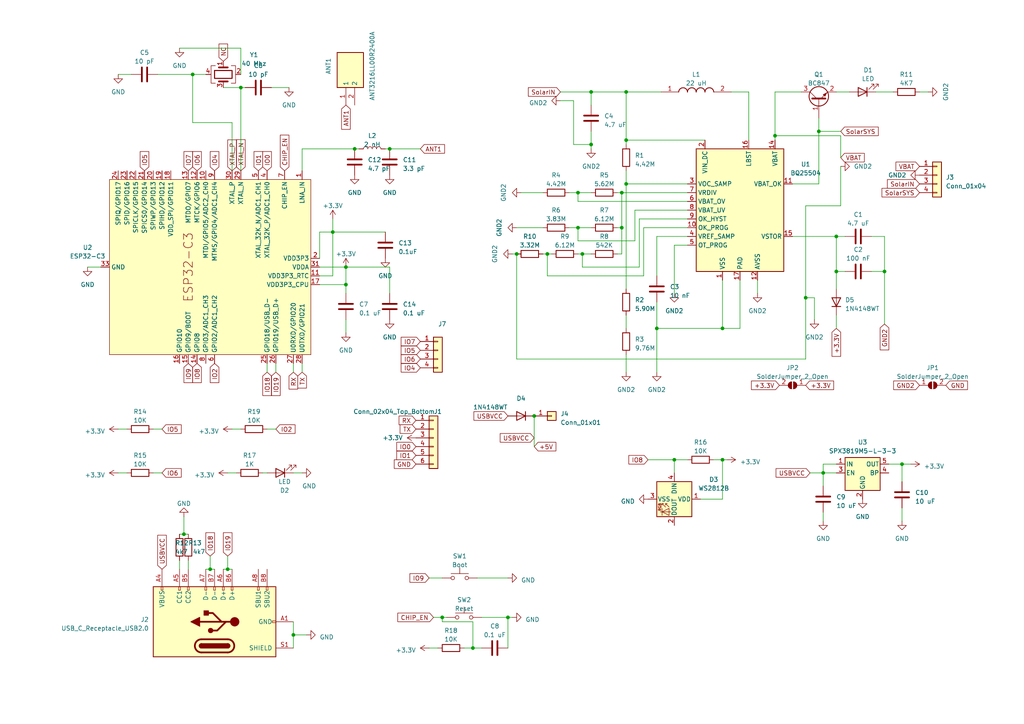
<source format=kicad_sch>
(kicad_sch (version 20230121) (generator eeschema)
  (paper "A4")
  (lib_symbols
    (symbol "BRC2518T220K:BRC2518T220K" (pin_names hide)
      (property "Reference" "L" (at 16.51 6.35 0))
      (property "Value" "BRC2518T220K" (at 16.51 3.81 0))
      (symbol "BRC2518T220K_1_1"
        (pin passive line (at 0 0 0) (length 5.08) (name "1") (number "1"))
        (pin passive line (at 20.32 0 180) (length 5.08) (name "2") (number "2"))
      )
    )
    (symbol "Battery_Management:BQ25504"
      (property "Reference" "U" (at -7.62 20.32 0))
      (property "Value" "BQ25504" (at -7.62 22.86 0))
      (symbol "BQ25504_1_1"
        (pin power_in line (at -5.08 -20.32 90) (length 2.54) (name "VSS") (number "1"))
        (pin input line (at -15.24 -5.08 0) (length 2.54) (name "OK_PROG") (number "10"))
        (pin output line (at 15.24 7.62 180) (length 2.54) (name "VBAT_OK") (number "11"))
        (pin power_in line (at 5.08 -20.32 90) (length 2.54) (name "AVSS") (number "12"))
        (pin passive line (at -5.08 -20.32 90) (length 2.54) hide (name "VSS") (number "13"))
        (pin power_out line (at 10.16 20.32 270) (length 2.54) (name "VBAT") (number "14"))
        (pin bidirectional line (at 15.24 -7.62 180) (length 2.54) (name "VSTOR") (number "15"))
        (pin bidirectional line (at 2.54 20.32 270) (length 2.54) (name "LBST") (number "16"))
        (pin passive line (at 0 -20.32 90) (length 2.54) (name "PAD") (number "17"))
        (pin power_in line (at -10.16 20.32 270) (length 2.54) (name "VIN_DC") (number "2"))
        (pin input line (at -15.24 7.62 0) (length 2.54) (name "VOC_SAMP") (number "3"))
        (pin bidirectional line (at -15.24 -7.62 0) (length 2.54) (name "VREF_SAMP") (number "4"))
        (pin input line (at -15.24 -10.16 0) (length 2.54) (name "OT_PROG") (number "5"))
        (pin input line (at -15.24 2.54 0) (length 2.54) (name "VBAT_OV") (number "6"))
        (pin output line (at -15.24 5.08 0) (length 2.54) (name "VRDIV") (number "7"))
        (pin input line (at -15.24 0 0) (length 2.54) (name "VBAT_UV") (number "8"))
        (pin input line (at -15.24 -2.54 0) (length 2.54) (name "OK_HYST") (number "9"))
      )
    )
    (symbol "Connector:USB_C_Receptacle_USB2.0" (pin_names (offset 1.016))
      (property "Reference" "J" (at -10.16 19.05 0))
      (property "Value" "USB_C_Receptacle_USB2.0" (at 19.05 19.05 0))
      (symbol "USB_C_Receptacle_USB2.0_1_1"
        (pin passive line (at 0 -22.86 90) (length 5.08) (name "GND") (number "A1"))
        (pin passive line (at 0 -22.86 90) (length 5.08) hide (name "GND") (number "A12"))
        (pin passive line (at 15.24 15.24 180) (length 5.08) (name "VBUS") (number "A4"))
        (pin bidirectional line (at 15.24 10.16 180) (length 5.08) (name "CC1") (number "A5"))
        (pin bidirectional line (at 15.24 -2.54 180) (length 5.08) (name "D+") (number "A6"))
        (pin bidirectional line (at 15.24 2.54 180) (length 5.08) (name "D-") (number "A7"))
        (pin bidirectional line (at 15.24 -12.7 180) (length 5.08) (name "SBU1") (number "A8"))
        (pin passive line (at 15.24 15.24 180) (length 5.08) hide (name "VBUS") (number "A9"))
        (pin passive line (at 0 -22.86 90) (length 5.08) hide (name "GND") (number "B1"))
        (pin passive line (at 0 -22.86 90) (length 5.08) hide (name "GND") (number "B12"))
        (pin passive line (at 15.24 15.24 180) (length 5.08) hide (name "VBUS") (number "B4"))
        (pin bidirectional line (at 15.24 7.62 180) (length 5.08) (name "CC2") (number "B5"))
        (pin bidirectional line (at 15.24 -5.08 180) (length 5.08) (name "D+") (number "B6"))
        (pin bidirectional line (at 15.24 0 180) (length 5.08) (name "D-") (number "B7"))
        (pin bidirectional line (at 15.24 -15.24 180) (length 5.08) (name "SBU2") (number "B8"))
        (pin passive line (at 15.24 15.24 180) (length 5.08) hide (name "VBUS") (number "B9"))
        (pin passive line (at -7.62 -22.86 90) (length 5.08) (name "SHIELD") (number "S1"))
      )
    )
    (symbol "Connector_Generic:Conn_01x01" (pin_names (offset 1.016) hide)
      (property "Reference" "J" (at 0 2.54 0))
      (property "Value" "Conn_01x01" (at 0 -2.54 0))
      (symbol "Conn_01x01_1_1"
        (pin passive line (at -5.08 0 0) (length 3.81) (name "Pin_1") (number "1"))
      )
    )
    (symbol "Connector_Generic:Conn_01x04" (pin_names (offset 1.016) hide)
      (property "Reference" "J" (at 0 5.08 0))
      (property "Value" "Conn_01x04" (at 0 -7.62 0))
      (symbol "Conn_01x04_1_1"
        (pin passive line (at -5.08 2.54 0) (length 3.81) (name "Pin_1") (number "1"))
        (pin passive line (at -5.08 0 0) (length 3.81) (name "Pin_2") (number "2"))
        (pin passive line (at -5.08 -2.54 0) (length 3.81) (name "Pin_3") (number "3"))
        (pin passive line (at -5.08 -5.08 0) (length 3.81) (name "Pin_4") (number "4"))
      )
    )
    (symbol "Connector_Generic:Conn_01x06" (pin_names (offset 1.016) hide)
      (property "Reference" "J" (at 0 7.62 0))
      (property "Value" "Conn_01x06" (at 0 -10.16 0))
      (symbol "Conn_01x06_1_1"
        (pin passive line (at -5.08 5.08 0) (length 3.81) (name "Pin_1") (number "1"))
        (pin passive line (at -5.08 2.54 0) (length 3.81) (name "Pin_2") (number "2"))
        (pin passive line (at -5.08 0 0) (length 3.81) (name "Pin_3") (number "3"))
        (pin passive line (at -5.08 -2.54 0) (length 3.81) (name "Pin_4") (number "4"))
        (pin passive line (at -5.08 -5.08 0) (length 3.81) (name "Pin_5") (number "5"))
        (pin passive line (at -5.08 -7.62 0) (length 3.81) (name "Pin_6") (number "6"))
      )
    )
    (symbol "Device:C" (pin_numbers hide) (pin_names (offset 0.254))
      (property "Reference" "C" (at 0.635 2.54 0))
      (property "Value" "C" (at 0.635 -2.54 0))
      (symbol "C_1_1"
        (pin passive line (at 0 3.81 270) (length 2.794) (name "~") (number "1"))
        (pin passive line (at 0 -3.81 90) (length 2.794) (name "~") (number "2"))
      )
    )
    (symbol "Device:Crystal_GND24" (pin_names (offset 1.016) hide)
      (property "Reference" "Y" (at 3.175 5.08 0))
      (property "Value" "Crystal_GND24" (at 3.175 3.175 0))
      (symbol "Crystal_GND24_1_1"
        (pin passive line (at -3.81 0 0) (length 1.27) (name "1") (number "1"))
        (pin passive line (at 0 5.08 270) (length 1.27) (name "2") (number "2"))
        (pin passive line (at 3.81 0 180) (length 1.27) (name "3") (number "3"))
        (pin passive line (at 0 -5.08 90) (length 1.27) (name "4") (number "4"))
      )
    )
    (symbol "Device:L" (pin_numbers hide) (pin_names (offset 1.016) hide)
      (property "Reference" "L" (at -1.27 0 90))
      (property "Value" "L" (at 1.905 0 90))
      (symbol "L_1_1"
        (pin passive line (at 0 3.81 270) (length 1.27) (name "1") (number "1"))
        (pin passive line (at 0 -3.81 90) (length 1.27) (name "2") (number "2"))
      )
    )
    (symbol "Device:LED" (pin_numbers hide) (pin_names (offset 1.016) hide)
      (property "Reference" "D" (at 0 2.54 0))
      (property "Value" "LED" (at 0 -2.54 0))
      (symbol "LED_1_1"
        (pin passive line (at -3.81 0 0) (length 2.54) (name "K") (number "1"))
        (pin passive line (at 3.81 0 180) (length 2.54) (name "A") (number "2"))
      )
    )
    (symbol "Device:R" (pin_numbers hide) (pin_names (offset 0))
      (property "Reference" "R" (at 2.032 0 90))
      (property "Value" "R" (at 0 0 90))
      (symbol "R_1_1"
        (pin passive line (at 0 3.81 270) (length 1.27) (name "~") (number "1"))
        (pin passive line (at 0 -3.81 90) (length 1.27) (name "~") (number "2"))
      )
    )
    (symbol "Diode:1N4148WT" (pin_numbers hide) (pin_names hide)
      (property "Reference" "D" (at 0 2.54 0))
      (property "Value" "1N4148WT" (at 0 -2.54 0))
      (symbol "1N4148WT_1_1"
        (pin passive line (at -3.81 0 0) (length 2.54) (name "K") (number "1"))
        (pin passive line (at 3.81 0 180) (length 2.54) (name "A") (number "2"))
      )
    )
    (symbol "Espressif:ESP32-C3"
      (property "Reference" "U" (at -25.4 35.56 0))
      (property "Value" "ESP32-C3" (at -25.4 33.02 0))
      (symbol "ESP32-C3_0_0"
        (text "ESP32-C3" (at 0 -5.08 0) (effects (font (size 2.54 2.54))))
        (pin bidirectional line (at -27.94 27.94 0) (length 2.54) (name "LNA_IN") (number "1"))
        (pin bidirectional line (at -27.94 0 0) (length 2.54) (name "MTDI/GPIO5/ADC2_CH0") (number "10"))
        (pin power_in line (at 2.54 33.02 270) (length 2.54) (name "VDD3P3_RTC") (number "11"))
        (pin bidirectional line (at -27.94 -2.54 0) (length 2.54) (name "MTCK/GPIO6") (number "12"))
        (pin bidirectional line (at -27.94 -5.08 0) (length 2.54) (name "MTDO/GPIO7") (number "13"))
        (pin bidirectional line (at 27.94 -2.54 180) (length 2.54) (name "GPIO8") (number "14"))
        (pin bidirectional line (at 27.94 -5.08 180) (length 2.54) (name "GPIO9/BOOT") (number "15"))
        (pin bidirectional line (at 27.94 -7.62 180) (length 2.54) (name "GPIO10") (number "16"))
        (pin power_in line (at 5.08 33.02 270) (length 2.54) (name "VDD3P3_CPU") (number "17"))
        (pin bidirectional line (at -27.94 -10.16 0) (length 2.54) (name "VDD_SPI/GPIO11") (number "18"))
        (pin bidirectional line (at -27.94 -12.7 0) (length 2.54) (name "SPIHD/GPIO12") (number "19"))
        (pin power_in line (at -2.54 33.02 270) (length 2.54) (name "VDD3P3") (number "2"))
        (pin bidirectional line (at -27.94 -15.24 0) (length 2.54) (name "SPIWP/GPIO13") (number "20"))
        (pin bidirectional line (at -27.94 -17.78 0) (length 2.54) (name "SPICS0/GPIO14") (number "21"))
        (pin bidirectional line (at -27.94 -20.32 0) (length 2.54) (name "SPICLK/GPIO15") (number "22"))
        (pin bidirectional line (at -27.94 -22.86 0) (length 2.54) (name "SPID/GPIO16") (number "23"))
        (pin bidirectional line (at -27.94 -25.4 0) (length 2.54) (name "SPIQ/GPIO17") (number "24"))
        (pin bidirectional line (at 27.94 17.78 180) (length 2.54) (name "GPIO18/USB_D-") (number "25"))
        (pin bidirectional line (at 27.94 20.32 180) (length 2.54) (name "GPIO19/USB_D+") (number "26"))
        (pin bidirectional line (at 27.94 25.4 180) (length 2.54) (name "U0RXD/GPIO20") (number "27"))
        (pin bidirectional line (at 27.94 27.94 180) (length 2.54) (name "U0TXD/GPIO21") (number "28"))
        (pin output line (at -27.94 10.16 0) (length 2.54) (name "XTAL_N") (number "29"))
        (pin input line (at -27.94 7.62 0) (length 2.54) (name "XTAL_P") (number "30"))
        (pin power_in line (at 0 33.02 270) (length 2.54) (name "VDDA") (number "31"))
        (pin power_in line (at 0 -30.48 90) (length 2.54) (name "GND") (number "33"))
        (pin output line (at -27.94 17.78 0) (length 2.54) (name "XTAL_32K_P/ADC1_CH0") (number "4"))
        (pin input line (at -27.94 15.24 0) (length 2.54) (name "XTAL_32K_N/ADC1_CH1") (number "5"))
        (pin bidirectional line (at 27.94 2.54 180) (length 2.54) (name "GPIO2/ADC1_CH2") (number "6"))
        (pin input line (at -27.94 22.86 0) (length 2.54) (name "CHIP_EN") (number "7"))
        (pin bidirectional line (at 27.94 0 180) (length 2.54) (name "GPIO3/ADC1_CH3") (number "8"))
        (pin bidirectional line (at -27.94 2.54 0) (length 2.54) (name "MTMS/GPIO4/ADC1_CH4") (number "9"))
      )
      (symbol "ESP32-C3_0_1"
        (pin passive line (at -2.54 33.02 270) (length 2.54) hide (name "VDD3P3") (number "3"))
        (pin passive line (at 0 33.02 270) (length 2.54) hide (name "VDDA") (number "32"))
      )
    )
    (symbol "Jumper:SolderJumper_2_Open" (pin_names (offset 0) hide)
      (property "Reference" "JP" (at 0 2.032 0))
      (property "Value" "SolderJumper_2_Open" (at 0 -2.54 0))
      (symbol "SolderJumper_2_Open_1_1"
        (pin passive line (at -3.81 0 0) (length 2.54) (name "A") (number "1"))
        (pin passive line (at 3.81 0 180) (length 2.54) (name "B") (number "2"))
      )
    )
    (symbol "LED:WS2812B" (pin_names (offset 0.254))
      (property "Reference" "D" (at 5.08 5.715 0))
      (property "Value" "WS2812B" (at 1.27 -5.715 0))
      (symbol "WS2812B_0_0"
        (text "RGB" (at 2.286 -4.191 0) (effects (font (size 0.762 0.762))))
      )
      (symbol "WS2812B_1_1"
        (pin power_in line (at 0 7.62 270) (length 2.54) (name "VDD") (number "1"))
        (pin output line (at 7.62 0 180) (length 2.54) (name "DOUT") (number "2"))
        (pin power_in line (at 0 -7.62 90) (length 2.54) (name "VSS") (number "3"))
        (pin input line (at -7.62 0 0) (length 2.54) (name "DIN") (number "4"))
      )
    )
    (symbol "PulseAntenna:ANT3216LL00R2400A"
      (property "Reference" "ANT1" (at 6.35 10.795 90))
      (property "Value" "ANT3216LL00R2400A" (at 6.35 8.255 90))
      (symbol "ANT3216LL00R2400A_1_1"
        (pin passive line (at 0 0 0) (length 5.08) (name "1") (number "1"))
        (pin passive line (at 0 -2.54 0) (length 5.08) (name "2") (number "2"))
      )
    )
    (symbol "Regulator_Linear:SPX3819M5-L-3-3" (pin_names (offset 0.254))
      (property "Reference" "U" (at -3.81 5.715 0))
      (property "Value" "SPX3819M5-L-3-3" (at 0 5.715 0))
      (symbol "SPX3819M5-L-3-3_1_1"
        (pin power_in line (at -7.62 2.54 0) (length 2.54) (name "IN") (number "1"))
        (pin power_in line (at 0 -7.62 90) (length 2.54) (name "GND") (number "2"))
        (pin input line (at -7.62 0 0) (length 2.54) (name "EN") (number "3"))
        (pin input line (at 7.62 0 180) (length 2.54) (name "BP") (number "4"))
        (pin power_out line (at 7.62 2.54 180) (length 2.54) (name "OUT") (number "5"))
      )
    )
    (symbol "Switch:SW_Push" (pin_numbers hide) (pin_names (offset 1.016) hide)
      (property "Reference" "SW" (at 1.27 2.54 0))
      (property "Value" "SW_Push" (at 0 -1.524 0))
      (symbol "SW_Push_0_1"
        (pin passive line (at -5.08 0 0) (length 2.54) (name "1") (number "1"))
        (pin passive line (at 5.08 0 180) (length 2.54) (name "2") (number "2"))
      )
    )
    (symbol "Transistor_BJT:BC847" (pin_names (offset 0) hide)
      (property "Reference" "Q" (at 5.08 1.905 0))
      (property "Value" "BC847" (at 5.08 0 0))
      (symbol "BC847_1_1"
        (pin input line (at -5.08 0 0) (length 5.715) (name "B") (number "1"))
        (pin passive line (at 2.54 -5.08 90) (length 2.54) (name "E") (number "2"))
        (pin passive line (at 2.54 5.08 270) (length 2.54) (name "C") (number "3"))
      )
    )
    (symbol "power:+3.3V" (power) (pin_names (offset 0))
      (property "Value" "+3.3V" (at 0 3.556 0))
      (symbol "+3.3V_1_1"
        (pin power_in line (at 0 0 90) (length 0) hide (name "+3.3V") (number "1"))
      )
    )
    (symbol "power:GND" (power) (pin_names (offset 0))
      (property "Value" "GND" (at 0 -3.81 0))
      (symbol "GND_1_1"
        (pin power_in line (at 0 0 270) (length 0) hide (name "GND") (number "1"))
      )
    )
    (symbol "power:GND2" (power) (pin_names (offset 0))
      (property "Value" "GND2" (at 0 -3.81 0))
      (symbol "GND2_1_1"
        (pin power_in line (at 0 0 270) (length 0) hide (name "GND2") (number "1"))
      )
    )
  )
  (junction (at 55.88 21.59))
  (junction (at 190.5 95.25))
  (junction (at 100.33 82.55))
  (junction (at 242.57 68.58))
  (junction (at 102.87 43.18))
  (junction (at 256.54 78.74))
  (junction (at 167.64 55.88))
  (junction (at 233.68 86.36))
  (junction (at 237.49 38.1))
  (junction (at 242.57 78.74))
  (junction (at 181.61 53.34))
  (junction (at 154.94 120.65))
  (junction (at 53.34 154.94))
  (junction (at 100.33 77.47))
  (junction (at 158.75 73.66))
  (junction (at 128.27 179.07))
  (junction (at 85.09 184.15))
  (junction (at 113.03 43.18))
  (junction (at 195.58 133.35))
  (junction (at 149.86 73.66))
  (junction (at 147.32 179.07))
  (junction (at 171.45 41.91))
  (junction (at 181.61 40.64))
  (junction (at 168.91 73.66))
  (junction (at 261.62 134.62))
  (junction (at 181.61 26.67))
  (junction (at 180.34 55.88))
  (junction (at 209.55 133.35))
  (junction (at 96.52 67.31))
  (junction (at 137.16 187.96))
  (junction (at 60.96 165.1))
  (junction (at 66.04 165.1))
  (junction (at 209.55 95.25))
  (junction (at 180.34 66.04))
  (junction (at 238.76 137.16))
  (junction (at 69.85 25.4))
  (junction (at 167.64 66.04))
  (junction (at 171.45 26.67))
  (junction (at 224.79 39.37))
  (wire (pts (xy 186.69 66.04) (xy 186.69 80.01)))
  (wire (pts (xy 254 26.67) (xy 259.08 26.67)))
  (wire (pts (xy 104.14 43.18) (xy 102.87 43.18)))
  (wire (pts (xy 181.61 91.44) (xy 181.61 95.25)))
  (wire (pts (xy 209.55 144.78) (xy 209.55 133.35)))
  (wire (pts (xy 224.79 39.37) (xy 224.79 26.67)))
  (wire (pts (xy 154.94 129.54) (xy 154.94 120.65)))
  (wire (pts (xy 55.88 21.59) (xy 55.88 35.56)))
  (wire (pts (xy 100.33 92.71) (xy 100.33 96.52)))
  (wire (pts (xy 157.48 73.66) (xy 158.75 73.66)))
  (wire (pts (xy 69.85 25.4) (xy 71.12 25.4)))
  (wire (pts (xy 167.64 58.42) (xy 167.64 55.88)))
  (wire (pts (xy 168.91 73.66) (xy 168.91 77.47)))
  (wire (pts (xy 158.75 73.66) (xy 160.02 73.66)))
  (wire (pts (xy 180.34 55.88) (xy 199.39 55.88)))
  (wire (pts (xy 52.07 154.94) (xy 53.34 154.94)))
  (wire (pts (xy 167.64 73.66) (xy 168.91 73.66)))
  (wire (pts (xy 252.73 78.74) (xy 256.54 78.74)))
  (wire (pts (xy 77.47 124.46) (xy 80.01 124.46)))
  (wire (pts (xy 242.57 68.58) (xy 242.57 78.74)))
  (wire (pts (xy 199.39 58.42) (xy 167.64 58.42)))
  (wire (pts (xy 148.59 73.66) (xy 149.86 73.66)))
  (wire (pts (xy 171.45 41.91) (xy 171.45 43.18)))
  (wire (pts (xy 261.62 134.62) (xy 261.62 139.7)))
  (wire (pts (xy 85.09 180.34) (xy 85.09 184.15)))
  (wire (pts (xy 64.77 25.4) (xy 69.85 25.4)))
  (wire (pts (xy 137.16 187.96) (xy 139.7 187.96)))
  (wire (pts (xy 96.52 67.31) (xy 111.76 67.31)))
  (wire (pts (xy 233.68 86.36) (xy 233.68 59.69)))
  (wire (pts (xy 237.49 38.1) (xy 243.84 38.1)))
  (wire (pts (xy 85.09 184.15) (xy 85.09 187.96)))
  (wire (pts (xy 134.62 187.96) (xy 137.16 187.96)))
  (wire (pts (xy 234.95 137.16) (xy 238.76 137.16)))
  (wire (pts (xy 181.61 26.67) (xy 191.77 26.67)))
  (wire (pts (xy 236.22 92.71) (xy 236.22 86.36)))
  (wire (pts (xy 185.42 77.47) (xy 185.42 63.5)))
  (wire (pts (xy 237.49 38.1) (xy 237.49 53.34)))
  (wire (pts (xy 229.87 68.58) (xy 242.57 68.58)))
  (wire (pts (xy 124.46 187.96) (xy 127 187.96)))
  (wire (pts (xy 92.71 67.31) (xy 96.52 67.31)))
  (wire (pts (xy 209.55 81.28) (xy 209.55 95.25)))
  (wire (pts (xy 128.27 179.07) (xy 129.54 179.07)))
  (wire (pts (xy 113.03 77.47) (xy 113.03 85.09)))
  (wire (pts (xy 243.84 39.37) (xy 224.79 39.37)))
  (wire (pts (xy 92.71 80.01) (xy 96.52 80.01)))
  (wire (pts (xy 125.73 179.07) (xy 128.27 179.07)))
  (wire (pts (xy 52.07 13.97) (xy 69.85 13.97)))
  (wire (pts (xy 180.34 55.88) (xy 180.34 66.04)))
  (wire (pts (xy 256.54 78.74) (xy 256.54 93.98)))
  (wire (pts (xy 181.61 49.53) (xy 181.61 53.34)))
  (wire (pts (xy 238.76 137.16) (xy 238.76 140.97)))
  (wire (pts (xy 171.45 41.91) (xy 171.45 38.1)))
  (wire (pts (xy 181.61 26.67) (xy 181.61 40.64)))
  (wire (pts (xy 64.77 165.1) (xy 66.04 165.1)))
  (wire (pts (xy 44.45 137.16) (xy 46.99 137.16)))
  (wire (pts (xy 181.61 102.87) (xy 181.61 107.95)))
  (wire (pts (xy 124.46 167.64) (xy 128.27 167.64)))
  (wire (pts (xy 148.59 179.07) (xy 147.32 179.07)))
  (wire (pts (xy 113.03 43.18) (xy 111.76 43.18)))
  (wire (pts (xy 269.24 26.67) (xy 266.7 26.67)))
  (wire (pts (xy 149.86 104.14) (xy 233.68 104.14)))
  (wire (pts (xy 67.31 49.53) (xy 67.31 35.56)))
  (wire (pts (xy 34.29 124.46) (xy 36.83 124.46)))
  (wire (pts (xy 184.15 69.85) (xy 167.64 69.85)))
  (wire (pts (xy 207.01 133.35) (xy 209.55 133.35)))
  (wire (pts (xy 85.09 137.16) (xy 87.63 137.16)))
  (wire (pts (xy 180.34 66.04) (xy 180.34 73.66)))
  (wire (pts (xy 100.33 77.47) (xy 100.33 82.55)))
  (wire (pts (xy 199.39 68.58) (xy 190.5 68.58)))
  (wire (pts (xy 238.76 134.62) (xy 242.57 134.62)))
  (wire (pts (xy 243.84 45.72) (xy 243.84 39.37)))
  (wire (pts (xy 34.29 21.59) (xy 38.1 21.59)))
  (wire (pts (xy 165.1 66.04) (xy 167.64 66.04)))
  (wire (pts (xy 242.57 68.58) (xy 245.11 68.58)))
  (wire (pts (xy 212.09 26.67) (xy 217.17 26.67)))
  (wire (pts (xy 87.63 105.41) (xy 87.63 107.95)))
  (wire (pts (xy 92.71 77.47) (xy 100.33 77.47)))
  (wire (pts (xy 203.2 144.78) (xy 209.55 144.78)))
  (wire (pts (xy 242.57 78.74) (xy 245.11 78.74)))
  (wire (pts (xy 76.2 137.16) (xy 77.47 137.16)))
  (wire (pts (xy 87.63 43.18) (xy 102.87 43.18)))
  (wire (pts (xy 195.58 71.12) (xy 195.58 85.09)))
  (wire (pts (xy 67.31 35.56) (xy 55.88 35.56)))
  (wire (pts (xy 242.57 91.44) (xy 242.57 95.25)))
  (wire (pts (xy 184.15 60.96) (xy 184.15 69.85)))
  (wire (pts (xy 233.68 59.69) (xy 243.84 59.69)))
  (wire (pts (xy 199.39 66.04) (xy 186.69 66.04)))
  (wire (pts (xy 168.91 77.47) (xy 185.42 77.47)))
  (wire (pts (xy 179.07 55.88) (xy 180.34 55.88)))
  (wire (pts (xy 167.64 55.88) (xy 171.45 55.88)))
  (wire (pts (xy 25.4 77.47) (xy 29.21 77.47)))
  (wire (pts (xy 233.68 104.14) (xy 233.68 86.36)))
  (wire (pts (xy 100.33 77.47) (xy 113.03 77.47)))
  (wire (pts (xy 92.71 74.93) (xy 92.71 67.31)))
  (wire (pts (xy 52.07 162.56) (xy 52.07 165.1)))
  (wire (pts (xy 149.86 66.04) (xy 157.48 66.04)))
  (wire (pts (xy 219.71 81.28) (xy 219.71 85.09)))
  (wire (pts (xy 261.62 147.32) (xy 261.62 151.13)))
  (wire (pts (xy 96.52 67.31) (xy 96.52 80.01)))
  (wire (pts (xy 77.47 105.41) (xy 77.47 107.95)))
  (wire (pts (xy 195.58 133.35) (xy 199.39 133.35)))
  (wire (pts (xy 34.29 137.16) (xy 36.83 137.16)))
  (wire (pts (xy 199.39 60.96) (xy 184.15 60.96)))
  (wire (pts (xy 53.34 154.94) (xy 54.61 154.94)))
  (wire (pts (xy 256.54 68.58) (xy 256.54 78.74)))
  (wire (pts (xy 85.09 105.41) (xy 85.09 107.95)))
  (wire (pts (xy 85.09 184.15) (xy 88.9 184.15)))
  (wire (pts (xy 261.62 134.62) (xy 264.16 134.62)))
  (wire (pts (xy 242.57 26.67) (xy 246.38 26.67)))
  (wire (pts (xy 243.84 59.69) (xy 243.84 48.26)))
  (wire (pts (xy 121.92 43.18) (xy 113.03 43.18)))
  (wire (pts (xy 195.58 137.16) (xy 195.58 133.35)))
  (wire (pts (xy 66.04 137.16) (xy 68.58 137.16)))
  (wire (pts (xy 44.45 124.46) (xy 46.99 124.46)))
  (wire (pts (xy 180.34 73.66) (xy 179.07 73.66)))
  (wire (pts (xy 158.75 80.01) (xy 186.69 80.01)))
  (wire (pts (xy 242.57 78.74) (xy 242.57 83.82)))
  (wire (pts (xy 60.96 165.1) (xy 62.23 165.1)))
  (wire (pts (xy 137.16 180.34) (xy 128.27 180.34)))
  (wire (pts (xy 167.64 66.04) (xy 171.45 66.04)))
  (wire (pts (xy 190.5 95.25) (xy 209.55 95.25)))
  (wire (pts (xy 209.55 133.35) (xy 210.82 133.35)))
  (wire (pts (xy 167.64 69.85) (xy 167.64 66.04)))
  (wire (pts (xy 100.33 82.55) (xy 92.71 82.55)))
  (wire (pts (xy 59.69 165.1) (xy 60.96 165.1)))
  (wire (pts (xy 204.47 40.64) (xy 181.61 40.64)))
  (wire (pts (xy 185.42 63.5) (xy 199.39 63.5)))
  (wire (pts (xy 209.55 95.25) (xy 214.63 95.25)))
  (wire (pts (xy 139.7 179.07) (xy 147.32 179.07)))
  (wire (pts (xy 54.61 162.56) (xy 54.61 165.1)))
  (wire (pts (xy 45.72 21.59) (xy 55.88 21.59)))
  (wire (pts (xy 224.79 26.67) (xy 232.41 26.67)))
  (wire (pts (xy 67.31 124.46) (xy 69.85 124.46)))
  (wire (pts (xy 162.56 29.21) (xy 166.37 29.21)))
  (wire (pts (xy 69.85 21.59) (xy 69.85 13.97)))
  (wire (pts (xy 238.76 148.59) (xy 238.76 151.13)))
  (wire (pts (xy 229.87 53.34) (xy 237.49 53.34)))
  (wire (pts (xy 100.33 82.55) (xy 100.33 85.09)))
  (wire (pts (xy 166.37 29.21) (xy 166.37 41.91)))
  (wire (pts (xy 59.69 21.59) (xy 55.88 21.59)))
  (wire (pts (xy 87.63 43.18) (xy 87.63 49.53)))
  (wire (pts (xy 181.61 53.34) (xy 181.61 83.82)))
  (wire (pts (xy 214.63 81.28) (xy 214.63 95.25)))
  (wire (pts (xy 257.81 134.62) (xy 261.62 134.62)))
  (wire (pts (xy 187.96 133.35) (xy 195.58 133.35)))
  (wire (pts (xy 199.39 71.12) (xy 195.58 71.12)))
  (wire (pts (xy 78.74 25.4) (xy 83.82 25.4)))
  (wire (pts (xy 60.96 161.29) (xy 60.96 165.1)))
  (wire (pts (xy 66.04 165.1) (xy 67.31 165.1)))
  (wire (pts (xy 80.01 105.41) (xy 80.01 107.95)))
  (wire (pts (xy 238.76 134.62) (xy 238.76 137.16)))
  (wire (pts (xy 128.27 180.34) (xy 128.27 179.07)))
  (wire (pts (xy 162.56 26.67) (xy 171.45 26.67)))
  (wire (pts (xy 190.5 68.58) (xy 190.5 80.01)))
  (wire (pts (xy 53.34 149.86) (xy 53.34 154.94)))
  (wire (pts (xy 181.61 40.64) (xy 181.61 41.91)))
  (wire (pts (xy 181.61 53.34) (xy 199.39 53.34)))
  (wire (pts (xy 147.32 187.96) (xy 147.32 179.07)))
  (wire (pts (xy 149.86 73.66) (xy 149.86 104.14)))
  (wire (pts (xy 138.43 167.64) (xy 147.32 167.64)))
  (wire (pts (xy 233.68 86.36) (xy 236.22 86.36)))
  (wire (pts (xy 190.5 87.63) (xy 190.5 95.25)))
  (wire (pts (xy 252.73 68.58) (xy 256.54 68.58)))
  (wire (pts (xy 168.91 73.66) (xy 171.45 73.66)))
  (wire (pts (xy 179.07 66.04) (xy 180.34 66.04)))
  (wire (pts (xy 151.13 55.88) (xy 157.48 55.88)))
  (wire (pts (xy 137.16 187.96) (xy 137.16 180.34)))
  (wire (pts (xy 190.5 95.25) (xy 190.5 107.95)))
  (wire (pts (xy 165.1 55.88) (xy 167.64 55.88)))
  (wire (pts (xy 166.37 41.91) (xy 171.45 41.91)))
  (wire (pts (xy 224.79 40.64) (xy 224.79 39.37)))
  (wire (pts (xy 96.52 63.5) (xy 96.52 67.31)))
  (wire (pts (xy 66.04 161.29) (xy 66.04 165.1)))
  (wire (pts (xy 217.17 40.64) (xy 217.17 26.67)))
  (wire (pts (xy 158.75 80.01) (xy 158.75 73.66)))
  (wire (pts (xy 238.76 137.16) (xy 242.57 137.16)))
  (wire (pts (xy 171.45 26.67) (xy 181.61 26.67)))
  (wire (pts (xy 237.49 34.29) (xy 237.49 38.1)))
  (wire (pts (xy 69.85 25.4) (xy 69.85 49.53)))
  (wire (pts (xy 171.45 26.67) (xy 171.45 30.48)))
  (global_label "IO5" (shape input) (at 46.99 124.46 0) (property "Intersheetrefs" "${INTERSHEET_REFS}" (effects hide)))
  (global_label "IO2" (shape input) (at 80.01 124.46 0) (property "Intersheetrefs" "${INTERSHEET_REFS}" (effects hide)))
  (global_label "NC" (shape input) (at 64.77 17.78 90) (property "Intersheetrefs" "${INTERSHEET_REFS}" (effects hide)))
  (global_label "+3.3V" (shape input) (at 233.68 111.76 0) (property "Intersheetrefs" "${INTERSHEET_REFS}" (effects hide)))
  (global_label "CHIP_EN" (shape input) (at 82.55 49.53 90) (property "Intersheetrefs" "${INTERSHEET_REFS}" (effects hide)))
  (global_label "IO6" (shape input) (at 46.99 137.16 0) (property "Intersheetrefs" "${INTERSHEET_REFS}" (effects hide)))
  (global_label "IO6" (shape input) (at 57.15 49.53 90) (property "Intersheetrefs" "${INTERSHEET_REFS}" (effects hide)))
  (global_label "SolarIN" (shape input) (at 266.7 53.34 180) (property "Intersheetrefs" "${INTERSHEET_REFS}" (effects hide)))
  (global_label "IO5" (shape input) (at 121.92 101.6 180) (property "Intersheetrefs" "${INTERSHEET_REFS}" (effects hide)))
  (global_label "IO4" (shape input) (at 121.92 106.68 180) (property "Intersheetrefs" "${INTERSHEET_REFS}" (effects hide)))
  (global_label "IO9" (shape input) (at 54.61 105.41 270) (property "Intersheetrefs" "${INTERSHEET_REFS}" (effects hide)))
  (global_label "USBVCC" (shape input) (at 154.94 127 180) (property "Intersheetrefs" "${INTERSHEET_REFS}" (effects hide)))
  (global_label "ANT1" (shape input) (at 100.33 30.48 270) (property "Intersheetrefs" "${INTERSHEET_REFS}" (effects hide)))
  (global_label "IO0" (shape input) (at 77.47 49.53 90) (property "Intersheetrefs" "${INTERSHEET_REFS}" (effects hide)))
  (global_label "VBAT" (shape input) (at 266.7 48.26 180) (property "Intersheetrefs" "${INTERSHEET_REFS}" (effects hide)))
  (global_label "USBVCC" (shape input) (at 147.32 120.65 180) (property "Intersheetrefs" "${INTERSHEET_REFS}" (effects hide)))
  (global_label "IO18" (shape input) (at 60.96 161.29 90) (property "Intersheetrefs" "${INTERSHEET_REFS}" (effects hide)))
  (global_label "CHIP_EN" (shape input) (at 125.73 179.07 180) (property "Intersheetrefs" "${INTERSHEET_REFS}" (effects hide)))
  (global_label "TX" (shape input) (at 87.63 107.95 270) (property "Intersheetrefs" "${INTERSHEET_REFS}" (effects hide)))
  (global_label "IO8" (shape input) (at 187.96 133.35 180) (property "Intersheetrefs" "${INTERSHEET_REFS}" (effects hide)))
  (global_label "IO5" (shape input) (at 41.91 49.53 90) (property "Intersheetrefs" "${INTERSHEET_REFS}" (effects hide)))
  (global_label "SolarSYS" (shape input) (at 243.84 38.1 0) (property "Intersheetrefs" "${INTERSHEET_REFS}" (effects hide)))
  (global_label "IO7" (shape input) (at 121.92 99.06 180) (property "Intersheetrefs" "${INTERSHEET_REFS}" (effects hide)))
  (global_label "VBAT" (shape input) (at 243.84 45.72 0) (property "Intersheetrefs" "${INTERSHEET_REFS}" (effects hide)))
  (global_label "IO6" (shape input) (at 121.92 104.14 180) (property "Intersheetrefs" "${INTERSHEET_REFS}" (effects hide)))
  (global_label "USBVCC" (shape input) (at 234.95 137.16 180) (property "Intersheetrefs" "${INTERSHEET_REFS}" (effects hide)))
  (global_label "IO1" (shape input) (at 120.65 132.08 180) (property "Intersheetrefs" "${INTERSHEET_REFS}" (effects hide)))
  (global_label "+3.3V" (shape input) (at 242.57 95.25 270) (property "Intersheetrefs" "${INTERSHEET_REFS}" (effects hide)))
  (global_label "IO19" (shape input) (at 66.04 161.29 90) (property "Intersheetrefs" "${INTERSHEET_REFS}" (effects hide)))
  (global_label "ANT1" (shape input) (at 121.92 43.18 0) (property "Intersheetrefs" "${INTERSHEET_REFS}" (effects hide)))
  (global_label "GND2" (shape input) (at 256.54 93.98 270) (property "Intersheetrefs" "${INTERSHEET_REFS}" (effects hide)))
  (global_label "SolarIN" (shape input) (at 162.56 26.67 180) (property "Intersheetrefs" "${INTERSHEET_REFS}" (effects hide)))
  (global_label "IO2" (shape input) (at 62.23 105.41 270) (property "Intersheetrefs" "${INTERSHEET_REFS}" (effects hide)))
  (global_label "USBVCC" (shape input) (at 46.99 165.1 90) (property "Intersheetrefs" "${INTERSHEET_REFS}" (effects hide)))
  (global_label "GND2" (shape input) (at 266.7 111.76 180) (property "Intersheetrefs" "${INTERSHEET_REFS}" (effects hide)))
  (global_label "SolarSYS" (shape input) (at 266.7 55.88 180) (property "Intersheetrefs" "${INTERSHEET_REFS}" (effects hide)))
  (global_label "IO7" (shape input) (at 54.61 49.53 90) (property "Intersheetrefs" "${INTERSHEET_REFS}" (effects hide)))
  (global_label "TX" (shape input) (at 120.65 124.46 180) (property "Intersheetrefs" "${INTERSHEET_REFS}" (effects hide)))
  (global_label "IO0" (shape input) (at 120.65 129.54 180) (property "Intersheetrefs" "${INTERSHEET_REFS}" (effects hide)))
  (global_label "IO18" (shape input) (at 77.47 107.95 270) (property "Intersheetrefs" "${INTERSHEET_REFS}" (effects hide)))
  (global_label "+5V" (shape input) (at 154.94 129.54 0) (property "Intersheetrefs" "${INTERSHEET_REFS}" (effects hide)))
  (global_label "XTAL_P" (shape input) (at 67.31 49.53 90) (property "Intersheetrefs" "${INTERSHEET_REFS}" (effects hide)))
  (global_label "+3.3V" (shape input) (at 226.06 111.76 180) (property "Intersheetrefs" "${INTERSHEET_REFS}" (effects hide)))
  (global_label "RX" (shape input) (at 120.65 121.92 180) (property "Intersheetrefs" "${INTERSHEET_REFS}" (effects hide)))
  (global_label "IO9" (shape input) (at 124.46 167.64 180) (property "Intersheetrefs" "${INTERSHEET_REFS}" (effects hide)))
  (global_label "IO1" (shape input) (at 74.93 49.53 90) (property "Intersheetrefs" "${INTERSHEET_REFS}" (effects hide)))
  (global_label "RX" (shape input) (at 85.09 107.95 270) (property "Intersheetrefs" "${INTERSHEET_REFS}" (effects hide)))
  (global_label "IO19" (shape input) (at 80.01 107.95 270) (property "Intersheetrefs" "${INTERSHEET_REFS}" (effects hide)))
  (global_label "IO8" (shape input) (at 57.15 105.41 270) (property "Intersheetrefs" "${INTERSHEET_REFS}" (effects hide)))
  (global_label "GND" (shape input) (at 274.32 111.76 0) (property "Intersheetrefs" "${INTERSHEET_REFS}" (effects hide)))
  (global_label "GND" (shape input) (at 120.65 134.62 180) (property "Intersheetrefs" "${INTERSHEET_REFS}" (effects hide)))
  (global_label "IO4" (shape input) (at 62.23 49.53 90) (property "Intersheetrefs" "${INTERSHEET_REFS}" (effects hide)))
  (global_label "XTAL_N" (shape input) (at 69.85 49.53 90) (property "Intersheetrefs" "${INTERSHEET_REFS}" (effects hide)))
  (symbol (lib_id "Device:R") (at 175.26 66.04 270) (unit 1)
    (property "Reference" "R7" (at 175.26 60.96 90))
    (property "Value" "6.12M" (at 175.26 63.5 90))
    (property "Footprint" "Resistor_SMD:R_0402_1005Metric" (effects hide))
  )
  (symbol (lib_id "power:+3.3V") (at 34.29 137.16 90) (unit 1)
    (property "Reference" "#PWR020" (effects hide))
    (property "Value" "+3.3V" (at 30.48 137.795 90) (effects (justify left)))
  )
  (symbol (lib_id "Switch:SW_Push") (at 133.35 167.64 0) (unit 1)
    (property "Reference" "SW1" (at 133.35 161.29 0))
    (property "Value" "Boot" (at 133.35 163.83 0))
    (property "Footprint" "Button_Switch_SMD:SW_Push_1P1T_NO_CK_KMR2" (effects hide))
  )
  (symbol (lib_id "power:+3.3V") (at 100.33 77.47 0) (unit 1)
    (property "Reference" "#PWR011" (effects hide))
    (property "Value" "+3.3V" (at 100.33 73.66 0))
  )
  (symbol (lib_id "Device:R") (at 130.81 187.96 270) (unit 1)
    (property "Reference" "R18" (at 130.81 182.88 90))
    (property "Value" "10K" (at 130.81 185.42 90))
    (property "Footprint" "Resistor_SMD:R_0402_1005Metric" (effects hide))
  )
  (symbol (lib_id "power:+3.3V") (at 66.04 137.16 90) (unit 1)
    (property "Reference" "#PWR022" (effects hide))
    (property "Value" "+3.3V" (at 62.23 137.795 90) (effects (justify left)))
  )
  (symbol (lib_id "LED:WS2812B") (at 195.58 144.78 270) (unit 1)
    (property "Reference" "D3" (at 207.01 139.0903 90))
    (property "Value" "WS2812B" (at 207.01 141.6303 90))
    (property "Footprint" "LED_SMD:LED_WS2812B-2020_PLCC4_2.0x2.0mm" (effects hide))
    (property "Datasheet" "https://cdn-shop.adafruit.com/datasheets/WS2812B.pdf" (effects hide))
  )
  (symbol (lib_id "power:GND") (at 238.76 151.13 0) (unit 1)
    (property "Reference" "#PWR032" (effects hide))
    (property "Value" "GND" (at 238.76 156.21 0))
  )
  (symbol (lib_id "Device:Crystal_GND24") (at 64.77 21.59 270) (unit 1)
    (property "Reference" "Y1" (at 73.66 15.9003 90))
    (property "Value" "40 Mhz" (at 73.66 18.4403 90))
    (property "Footprint" "Crystal:Crystal_SMD_3225-4Pin_3.2x2.5mm" (effects hide))
  )
  (symbol (lib_id "Regulator_Linear:SPX3819M5-L-3-3") (at 250.19 137.16 0) (unit 1)
    (property "Reference" "U3" (at 250.19 128.27 0))
    (property "Value" "SPX3819M5-L-3-3" (at 250.19 130.81 0))
    (property "Footprint" "Package_TO_SOT_SMD:SOT-23-5" (effects hide))
    (property "Datasheet" "https://www.exar.com/content/document.ashx?id=22106&languageid=1033&type=Datasheet&partnumber=SPX3819&filename=SPX3819.pdf&part=SPX3819" (effects hide))
  )
  (symbol (lib_id "power:GND2") (at 269.24 26.67 90) (unit 1)
    (property "Reference" "#PWR038" (effects hide))
    (property "Value" "GND2" (at 274.32 26.67 0))
  )
  (symbol (lib_id "power:GND") (at 53.34 149.86 180) (unit 1)
    (property "Reference" "#PWR017" (effects hide))
    (property "Value" "GND" (at 53.34 146.05 0))
  )
  (symbol (lib_id "power:GND") (at 113.03 92.71 0) (unit 1)
    (property "Reference" "#PWR040" (effects hide))
    (property "Value" "GND" (at 113.03 97.79 0))
  )
  (symbol (lib_id "power:GND") (at 261.62 151.13 0) (unit 1)
    (property "Reference" "#PWR031" (effects hide))
    (property "Value" "GND" (at 261.62 156.21 0))
  )
  (symbol (lib_id "Connector_Generic:Conn_01x01") (at 160.02 120.65 0) (unit 1)
    (property "Reference" "J4" (at 162.56 120.015 0) (effects (justify left)))
    (property "Value" "Conn_01x01" (at 162.56 122.555 0) (effects (justify left)))
    (property "Footprint" "Connector_PinHeader_2.54mm:PinHeader_1x01_P2.54mm_Vertical" (effects hide))
  )
  (symbol (lib_id "Device:C") (at 113.03 88.9 0) (unit 1)
    (property "Reference" "C14" (at 116.84 88.265 0) (effects (justify left)))
    (property "Value" "0.1 uF" (at 116.84 90.805 0) (effects (justify left)))
    (property "Footprint" "Capacitor_SMD:C_0402_1005Metric" (effects hide))
  )
  (symbol (lib_id "power:GND2") (at 190.5 107.95 0) (unit 1)
    (property "Reference" "#PWR05" (effects hide))
    (property "Value" "GND2" (at 190.5 113.03 0))
  )
  (symbol (lib_id "Connector:USB_C_Receptacle_USB2.0") (at 62.23 180.34 90) (unit 1)
    (property "Reference" "J2" (at 43.18 179.705 90) (effects (justify left)))
    (property "Value" "USB_C_Receptacle_USB2.0" (at 43.18 182.245 90) (effects (justify left)))
    (property "Footprint" "Connector_USB:USB_C_Receptacle_Palconn_UTC16-G" (effects hide))
    (property "Datasheet" "https://www.usb.org/sites/default/files/documents/usb_type-c.zip" (effects hide))
  )
  (symbol (lib_id "Device:C") (at 41.91 21.59 270) (unit 1)
    (property "Reference" "C5" (at 41.91 15.24 90))
    (property "Value" "10 pF" (at 41.91 17.78 90))
    (property "Footprint" "Capacitor_SMD:C_0402_1005Metric" (effects hide))
  )
  (symbol (lib_id "Device:C") (at 111.76 71.12 0) (unit 1)
    (property "Reference" "C13" (at 115.57 70.485 0) (effects (justify left)))
    (property "Value" "0.1uF" (at 115.57 73.025 0) (effects (justify left)))
    (property "Footprint" "Capacitor_SMD:C_0402_1005Metric" (effects hide))
  )
  (symbol (lib_id "Device:R") (at 161.29 66.04 270) (unit 1)
    (property "Reference" "R6" (at 161.29 60.96 90))
    (property "Value" "3.83M" (at 161.29 63.5 90))
    (property "Footprint" "Resistor_SMD:R_0402_1005Metric" (effects hide))
  )
  (symbol (lib_id "power:GND") (at 25.4 77.47 0) (unit 1)
    (property "Reference" "#PWR014" (effects hide))
    (property "Value" "GND" (at 25.4 82.55 0))
  )
  (symbol (lib_id "Jumper:SolderJumper_2_Open") (at 229.87 111.76 0) (mirror y) (unit 1)
    (property "Reference" "JP2" (at 229.87 106.68 0))
    (property "Value" "SolderJumper_2_Open" (at 229.87 109.22 0))
    (property "Footprint" "Jumper:SolderJumper-2_P1.3mm_Open_Pad1.0x1.5mm" (effects hide))
  )
  (symbol (lib_id "power:+3.3V") (at 124.46 187.96 90) (unit 1)
    (property "Reference" "#PWR026" (effects hide))
    (property "Value" "+3.3V" (at 120.65 188.595 90) (effects (justify left)))
  )
  (symbol (lib_id "power:GND") (at 187.96 144.78 270) (unit 1)
    (property "Reference" "#PWR027" (effects hide))
    (property "Value" "GND" (at 184.15 145.415 90) (effects (justify right)))
  )
  (symbol (lib_id "Device:R") (at 40.64 137.16 270) (unit 1)
    (property "Reference" "R15" (at 40.64 132.08 90))
    (property "Value" "10K" (at 40.64 134.62 90))
    (property "Footprint" "Resistor_SMD:R_0402_1005Metric" (effects hide))
  )
  (symbol (lib_id "power:+3.3V") (at 34.29 124.46 90) (unit 1)
    (property "Reference" "#PWR018" (effects hide))
    (property "Value" "+3.3V" (at 30.48 125.095 90) (effects (justify left)))
  )
  (symbol (lib_id "power:GND") (at 83.82 25.4 0) (unit 1)
    (property "Reference" "#PWR012" (effects hide))
    (property "Value" "GND" (at 83.82 30.48 0))
  )
  (symbol (lib_id "power:GND") (at 102.87 50.8 0) (unit 1)
    (property "Reference" "#PWR036" (effects hide))
    (property "Value" "GND" (at 102.87 55.88 0))
  )
  (symbol (lib_id "Device:C") (at 261.62 143.51 0) (unit 1)
    (property "Reference" "C10" (at 265.43 142.875 0) (effects (justify left)))
    (property "Value" "10 uF" (at 265.43 145.415 0) (effects (justify left)))
    (property "Footprint" "Capacitor_SMD:C_0603_1608Metric" (effects hide))
  )
  (symbol (lib_id "Device:C") (at 248.92 78.74 90) (unit 1)
    (property "Reference" "C2" (at 248.92 72.39 90))
    (property "Value" "100 nF" (at 248.92 74.93 90))
    (property "Footprint" "Capacitor_SMD:C_0402_1005Metric" (effects hide))
  )
  (symbol (lib_id "Device:R") (at 153.67 73.66 270) (unit 1)
    (property "Reference" "R10" (at 153.67 68.58 90))
    (property "Value" "3.32M" (at 153.67 71.12 90))
    (property "Footprint" "Resistor_SMD:R_0402_1005Metric" (effects hide))
  )
  (symbol (lib_id "power:GND") (at 52.07 13.97 0) (unit 1)
    (property "Reference" "#PWR041" (effects hide))
    (property "Value" "GND" (at 52.07 19.05 0))
  )
  (symbol (lib_id "Device:C") (at 190.5 83.82 0) (unit 1)
    (property "Reference" "C3" (at 194.31 83.185 0) (effects (justify left)))
    (property "Value" "10 nF" (at 194.31 85.725 0) (effects (justify left)))
    (property "Footprint" "Capacitor_SMD:C_0402_1005Metric" (effects hide))
  )
  (symbol (lib_id "Device:R") (at 262.89 26.67 270) (unit 1)
    (property "Reference" "R11" (at 262.89 21.59 90))
    (property "Value" "4K7" (at 262.89 24.13 90))
    (property "Footprint" "Resistor_SMD:R_0402_1005Metric" (effects hide))
  )
  (symbol (lib_id "power:GND") (at 111.76 74.93 0) (unit 1)
    (property "Reference" "#PWR039" (effects hide))
    (property "Value" "GND" (at 111.76 80.01 0))
  )
  (symbol (lib_id "Connector_Generic:Conn_01x04") (at 271.78 50.8 0) (unit 1)
    (property "Reference" "J3" (at 274.32 51.435 0) (effects (justify left)))
    (property "Value" "Conn_01x04" (at 274.32 53.975 0) (effects (justify left)))
    (property "Footprint" "Connector_PinHeader_2.54mm:PinHeader_1x04_P2.54mm_Vertical" (effects hide))
  )
  (symbol (lib_id "Device:R") (at 54.61 158.75 0) (unit 1)
    (property "Reference" "R13" (at 54.61 157.48 0) (effects (justify left)))
    (property "Value" "4k7" (at 55.88 160.02 0) (effects (justify left)))
    (property "Footprint" "Resistor_SMD:R_0402_1005Metric" (effects hide))
  )
  (symbol (lib_id "Device:LED") (at 81.28 137.16 180) (unit 1)
    (property "Reference" "D2" (at 82.55 142.24 0))
    (property "Value" "LED" (at 82.55 139.7 0))
    (property "Footprint" "LED_SMD:LED_0402_1005Metric" (effects hide))
  )
  (symbol (lib_id "Device:R") (at 175.26 73.66 270) (unit 1)
    (property "Reference" "R8" (at 175.26 68.58 90))
    (property "Value" "542K" (at 175.26 71.12 90))
    (property "Footprint" "Resistor_SMD:R_0402_1005Metric" (effects hide))
  )
  (symbol (lib_id "Transistor_BJT:BC847") (at 237.49 29.21 90) (unit 1)
    (property "Reference" "Q1" (at 237.49 21.59 90))
    (property "Value" "BC847" (at 237.49 24.13 90))
    (property "Footprint" "Package_TO_SOT_SMD:SOT-23" (effects hide))
    (property "Datasheet" "http://www.infineon.com/dgdl/Infineon-BC847SERIES_BC848SERIES_BC849SERIES_BC850SERIES-DS-v01_01-en.pdf?fileId=db3a304314dca389011541d4630a1657" (effects hide))
  )
  (symbol (lib_id "Device:C") (at 113.03 46.99 0) (unit 1)
    (property "Reference" "C11" (at 116.84 46.355 0) (effects (justify left)))
    (property "Value" "3.3 pF" (at 116.84 48.895 0) (effects (justify left)))
    (property "Footprint" "Capacitor_SMD:C_0402_1005Metric" (effects hide))
  )
  (symbol (lib_id "Device:R") (at 73.66 124.46 270) (unit 1)
    (property "Reference" "R19" (at 73.66 119.38 90))
    (property "Value" "10K" (at 73.66 121.92 90))
    (property "Footprint" "Resistor_SMD:R_0402_1005Metric" (effects hide))
  )
  (symbol (lib_id "Jumper:SolderJumper_2_Open") (at 270.51 111.76 0) (unit 1)
    (property "Reference" "JP1" (at 270.51 106.68 0))
    (property "Value" "SolderJumper_2_Open" (at 270.51 109.22 0))
    (property "Footprint" "Jumper:SolderJumper-2_P1.3mm_Open_Pad1.0x1.5mm" (effects hide))
  )
  (symbol (lib_id "power:+3.3V") (at 264.16 134.62 270) (unit 1)
    (property "Reference" "#PWR033" (effects hide))
    (property "Value" "+3.3V" (at 267.97 135.255 90) (effects (justify left)))
  )
  (symbol (lib_id "Device:L") (at 107.95 43.18 90) (unit 1)
    (property "Reference" "L2" (at 107.95 39.37 90))
    (property "Value" "2 nH" (at 107.95 41.91 90))
    (property "Footprint" "Inductor_SMD:L_0402_1005Metric" (effects hide))
  )
  (symbol (lib_id "power:GND") (at 88.9 184.15 90) (unit 1)
    (property "Reference" "#PWR016" (effects hide))
    (property "Value" "GND" (at 92.71 184.785 90) (effects (justify right)))
  )
  (symbol (lib_id "Device:R") (at 40.64 124.46 270) (unit 1)
    (property "Reference" "R14" (at 40.64 119.38 90))
    (property "Value" "10K" (at 40.64 121.92 90))
    (property "Footprint" "Resistor_SMD:R_0402_1005Metric" (effects hide))
  )
  (symbol (lib_id "Diode:1N4148WT") (at 151.13 120.65 0) (mirror y) (unit 1)
    (property "Reference" "D4" (at 151.13 115.57 0))
    (property "Value" "1N4148WT" (at 142.24 118.11 0))
    (property "Footprint" "Diode_SMD:D_SOD-523" (effects hide))
    (property "Datasheet" "https://www.diodes.com/assets/Datasheets/ds30396.pdf" (effects hide))
    (property "Sim.Device" "D" (effects hide))
    (property "Sim.Pins" "1=K 2=A" (effects hide))
  )
  (symbol (lib_id "power:GND2") (at 181.61 107.95 0) (unit 1)
    (property "Reference" "#PWR04" (effects hide))
    (property "Value" "GND2" (at 181.61 113.03 0))
  )
  (symbol (lib_id "power:GND") (at 148.59 179.07 90) (unit 1)
    (property "Reference" "#PWR025" (effects hide))
    (property "Value" "GND" (at 152.4 179.705 90) (effects (justify right)))
  )
  (symbol (lib_id "Device:R") (at 72.39 137.16 270) (unit 1)
    (property "Reference" "R17" (at 72.39 132.08 90))
    (property "Value" "1K" (at 72.39 134.62 90))
    (property "Footprint" "Resistor_SMD:R_0402_1005Metric" (effects hide))
  )
  (symbol (lib_id "BRC2518T220K:BRC2518T220K") (at 191.77 26.67 0) (unit 1)
    (property "Reference" "L1" (at 201.93 21.59 0))
    (property "Value" "22 uH" (at 201.93 24.13 0))
    (property "Footprint" "Inductor_SMD:L_1008_2520Metric" (effects hide))
    (property "Height" "1" (effects hide))
    (property "Mouser Part Number" "963-BRC2518T220K" (effects hide))
    (property "Mouser Price/Stock" "https://www.mouser.co.uk/ProductDetail/Taiyo-Yuden/BRC2518T220K?qs=I6KAKw0tg2yU0GxV8%252B3AXg%3D%3D" (effects hide))
    (property "Manufacturer_Name" "TAIYO YUDEN" (effects hide))
    (property "Manufacturer_Part_Number" "BRC2518T220K" (effects hide))
  )
  (symbol (lib_id "power:GND") (at 147.32 167.64 90) (unit 1)
    (property "Reference" "#PWR024" (effects hide))
    (property "Value" "GND" (at 151.13 168.275 90) (effects (justify right)))
  )
  (symbol (lib_id "power:GND2") (at 162.56 29.21 270) (unit 1)
    (property "Reference" "#PWR030" (effects hide))
    (property "Value" "GND2" (at 158.75 29.845 90) (effects (justify right)))
  )
  (symbol (lib_id "power:GND2") (at 149.86 66.04 270) (unit 1)
    (property "Reference" "#PWR07" (effects hide))
    (property "Value" "GND2" (at 144.78 66.04 0))
  )
  (symbol (lib_id "Device:R") (at 52.07 158.75 0) (unit 1)
    (property "Reference" "R12" (at 50.8 157.48 0) (effects (justify left)))
    (property "Value" "4k7" (at 50.8 160.02 0) (effects (justify left)))
    (property "Footprint" "Resistor_SMD:R_0402_1005Metric" (effects hide))
  )
  (symbol (lib_id "power:+3.3V") (at 210.82 133.35 270) (unit 1)
    (property "Reference" "#PWR028" (effects hide))
    (property "Value" "+3.3V" (at 214.63 133.985 90) (effects (justify left)))
  )
  (symbol (lib_id "Device:R") (at 181.61 45.72 0) (unit 1)
    (property "Reference" "R1" (at 184.15 45.085 0) (effects (justify left)))
    (property "Value" "4.42M" (at 184.15 47.625 0) (effects (justify left)))
    (property "Footprint" "Resistor_SMD:R_0402_1005Metric" (effects hide))
  )
  (symbol (lib_id "Diode:1N4148WT") (at 242.57 87.63 90) (unit 1)
    (property "Reference" "D5" (at 245.11 86.995 90) (effects (justify right)))
    (property "Value" "1N4148WT" (at 245.11 89.535 90) (effects (justify right)))
    (property "Footprint" "Diode_SMD:D_SOD-523" (effects hide))
    (property "Datasheet" "https://www.diodes.com/assets/Datasheets/ds30396.pdf" (effects hide))
    (property "Sim.Device" "D" (effects hide))
    (property "Sim.Pins" "1=K 2=A" (effects hide))
  )
  (symbol (lib_id "power:GND2") (at 219.71 85.09 0) (unit 1)
    (property "Reference" "#PWR09" (effects hide))
    (property "Value" "GND2" (at 219.71 90.17 0))
  )
  (symbol (lib_id "Device:R") (at 175.26 55.88 270) (unit 1)
    (property "Reference" "R5" (at 175.26 50.8 90))
    (property "Value" "5.62M" (at 175.26 53.34 90))
    (property "Footprint" "Resistor_SMD:R_0402_1005Metric" (effects hide))
  )
  (symbol (lib_id "Device:C") (at 74.93 25.4 270) (unit 1)
    (property "Reference" "C6" (at 74.93 19.05 90))
    (property "Value" "10 pF" (at 74.93 21.59 90))
    (property "Footprint" "Capacitor_SMD:C_0402_1005Metric" (effects hide))
  )
  (symbol (lib_id "power:GND2") (at 243.84 48.26 90) (unit 1)
    (property "Reference" "#PWR021" (effects hide))
    (property "Value" "GND2" (at 247.65 48.26 90) (effects (justify right)))
  )
  (symbol (lib_id "power:GND2") (at 151.13 55.88 270) (unit 1)
    (property "Reference" "#PWR06" (effects hide))
    (property "Value" "GND2" (at 146.05 55.88 0))
  )
  (symbol (lib_id "power:GND") (at 100.33 96.52 0) (unit 1)
    (property "Reference" "#PWR015" (effects hide))
    (property "Value" "GND" (at 100.33 101.6 0))
  )
  (symbol (lib_id "power:+3.3V") (at 120.65 127 90) (unit 1)
    (property "Reference" "#PWR02" (effects hide))
    (property "Value" "+3.3V" (at 116.84 127 90) (effects (justify left)))
  )
  (symbol (lib_id "Device:C") (at 171.45 34.29 0) (unit 1)
    (property "Reference" "C4" (at 175.26 33.655 0) (effects (justify left)))
    (property "Value" "4.7 uF" (at 175.26 36.195 0) (effects (justify left)))
    (property "Footprint" "Capacitor_SMD:C_0603_1608Metric" (effects hide))
  )
  (symbol (lib_id "Device:C") (at 100.33 88.9 0) (unit 1)
    (property "Reference" "C7" (at 104.14 88.265 0) (effects (justify left)))
    (property "Value" "0.1 uF" (at 104.14 90.805 0) (effects (justify left)))
    (property "Footprint" "Capacitor_SMD:C_0402_1005Metric" (effects hide))
  )
  (symbol (lib_id "Device:C") (at 143.51 187.96 90) (unit 1)
    (property "Reference" "C8" (at 143.51 181.61 90))
    (property "Value" "0.1 uF" (at 143.51 184.15 90))
    (property "Footprint" "Capacitor_SMD:C_0402_1005Metric" (effects hide))
  )
  (symbol (lib_id "Device:C") (at 248.92 68.58 90) (unit 1)
    (property "Reference" "C1" (at 248.92 62.23 90))
    (property "Value" "4.7 uF" (at 248.92 64.77 90))
    (property "Footprint" "Capacitor_SMD:C_0603_1608Metric" (effects hide))
  )
  (symbol (lib_id "PulseAntenna:ANT3216LL00R2400A") (at 100.33 30.48 90) (unit 1)
    (property "Reference" "ANT1" (at 95.25 21.59 0) (effects (justify left)))
    (property "Value" "ANT3216LL00R2400A" (at 107.95 29.21 0) (effects (justify left)))
    (property "Footprint" "PulseAntFoot:ANT3216LL00R2400A" (effects hide))
    (property "Height" "1.35" (effects hide))
    (property "Mouser Part Number" "603-ANT3216LL00R2400" (effects hide))
    (property "Mouser Price/Stock" "https://www.mouser.co.uk/ProductDetail/Pulse-Electronics/ANT3216LL00R2400A?qs=VAB4DzKv5wVywAIgVVebaA%3D%3D" (effects hide))
    (property "Manufacturer_Name" "Pulse" (effects hide))
    (property "Manufacturer_Part_Number" "ANT3216LL00R2400A" (effects hide))
  )
  (symbol (lib_id "power:GND") (at 113.03 50.8 0) (unit 1)
    (property "Reference" "#PWR037" (effects hide))
    (property "Value" "GND" (at 113.03 55.88 0))
  )
  (symbol (lib_id "power:+3.3V") (at 67.31 124.46 90) (unit 1)
    (property "Reference" "#PWR034" (effects hide))
    (property "Value" "+3.3V" (at 63.5 125.095 90) (effects (justify left)))
  )
  (symbol (lib_id "Connector_Generic:Conn_01x06") (at 125.73 127 0) (unit 1)
    (property "Reference" "J1" (at 127 119.38 0))
    (property "Value" "Conn_02x04_Top_Bottom" (at 114.3 119.38 0))
    (property "Footprint" "Connector_PinHeader_2.54mm:PinHeader_1x06_P2.54mm_Vertical" (effects hide))
  )
  (symbol (lib_id "Device:R") (at 203.2 133.35 90) (unit 1)
    (property "Reference" "R16" (at 203.2 128.27 90))
    (property "Value" "10K" (at 203.2 130.81 90))
    (property "Footprint" "Resistor_SMD:R_0402_1005Metric" (effects hide))
  )
  (symbol (lib_id "Switch:SW_Push") (at 134.62 179.07 0) (unit 1)
    (property "Reference" "SW2" (at 134.62 173.99 0))
    (property "Value" "Reset" (at 134.62 176.53 0))
    (property "Footprint" "Button_Switch_SMD:SW_Push_1P1T_NO_CK_KMR2" (effects hide))
  )
  (symbol (lib_id "Device:C") (at 102.87 46.99 0) (unit 1)
    (property "Reference" "C12" (at 106.68 46.355 0) (effects (justify left)))
    (property "Value" "4.7 pF" (at 106.68 48.895 0) (effects (justify left)))
    (property "Footprint" "Capacitor_SMD:C_0402_1005Metric" (effects hide))
  )
  (symbol (lib_id "Device:LED") (at 250.19 26.67 180) (unit 1)
    (property "Reference" "D1" (at 251.7775 20.32 0))
    (property "Value" "LED" (at 251.7775 22.86 0))
    (property "Footprint" "LED_SMD:LED_0402_1005Metric" (effects hide))
  )
  (symbol (lib_id "Device:R") (at 181.61 87.63 0) (unit 1)
    (property "Reference" "R2" (at 184.15 86.995 0) (effects (justify left)))
    (property "Value" "5.90M" (at 184.15 89.535 0) (effects (justify left)))
    (property "Footprint" "Resistor_SMD:R_0402_1005Metric" (effects hide))
  )
  (symbol (lib_id "power:GND2") (at 171.45 43.18 0) (unit 1)
    (property "Reference" "#PWR010" (effects hide))
    (property "Value" "GND2" (at 171.45 48.26 0))
  )
  (symbol (lib_id "power:GND") (at 87.63 137.16 90) (unit 1)
    (property "Reference" "#PWR023" (effects hide))
    (property "Value" "GND" (at 87.63 140.97 90) (effects (justify right)))
  )
  (symbol (lib_id "Espressif:ESP32-C3") (at 59.69 77.47 270) (unit 1)
    (property "Reference" "U2" (at 25.4 71.7803 90))
    (property "Value" "ESP32-C3" (at 25.4 74.3203 90))
    (property "Footprint" "Package_DFN_QFN:QFN-32-1EP_5x5mm_P0.5mm_EP3.45x3.45mm" (effects hide))
    (property "Datasheet" "https://www.espressif.com/sites/default/files/documentation/esp32-c3_datasheet_en.pdf" (effects hide))
  )
  (symbol (lib_id "power:GND2") (at 266.7 50.8 270) (unit 1)
    (property "Reference" "#PWR035" (effects hide))
    (property "Value" "GND2" (at 262.89 50.8 90) (effects (justify right)))
  )
  (symbol (lib_id "Device:R") (at 181.61 99.06 0) (unit 1)
    (property "Reference" "R3" (at 184.15 98.425 0) (effects (justify left)))
    (property "Value" "9.76M" (at 184.15 100.965 0) (effects (justify left)))
    (property "Footprint" "Resistor_SMD:R_0402_1005Metric" (effects hide))
  )
  (symbol (lib_id "power:GND2") (at 236.22 92.71 0) (unit 1)
    (property "Reference" "#PWR03" (effects hide))
    (property "Value" "GND2" (at 236.22 97.79 0))
  )
  (symbol (lib_id "power:GND") (at 34.29 21.59 0) (unit 1)
    (property "Reference" "#PWR013" (effects hide))
    (property "Value" "GND" (at 34.29 26.67 0))
  )
  (symbol (lib_id "power:GND2") (at 148.59 73.66 270) (unit 1)
    (property "Reference" "#PWR08" (effects hide))
    (property "Value" "GND2" (at 143.51 73.66 0))
  )
  (symbol (lib_id "Connector_Generic:Conn_01x04") (at 127 101.6 0) (unit 1)
    (property "Reference" "J7" (at 128.27 93.98 0))
    (property "Value" "Conn_02x04_Top_Bottom" (effects hide))
    (property "Footprint" "Connector_PinHeader_2.54mm:PinHeader_1x04_P2.54mm_Vertical" (effects hide))
  )
  (symbol (lib_id "Device:R") (at 163.83 73.66 270) (unit 1)
    (property "Reference" "R9" (at 163.83 68.58 90))
    (property "Value" "6.12M" (at 163.83 71.12 90))
    (property "Footprint" "Resistor_SMD:R_0402_1005Metric" (effects hide))
  )
  (symbol (lib_id "Battery_Management:BQ25504") (at 214.63 60.96 0) (unit 1)
    (property "Reference" "U1" (at 233.68 47.6503 0))
    (property "Value" "BQ25504" (at 233.68 50.1903 0))
    (property "Footprint" "Package_DFN_QFN:VQFN-16-1EP_3x3mm_P0.5mm_EP1.68x1.68mm" (effects hide))
    (property "Datasheet" "http://www.ti.com/lit/ds/symlink/bq25504.pdf" (effects hide))
  )
  (symbol (lib_id "Device:C") (at 238.76 144.78 0) (unit 1)
    (property "Reference" "C9" (at 242.57 144.145 0) (effects (justify left)))
    (property "Value" "10 uF" (at 242.57 146.685 0) (effects (justify left)))
    (property "Footprint" "Capacitor_SMD:C_0603_1608Metric" (effects hide))
  )
  (symbol (lib_id "power:GND2") (at 195.58 85.09 0) (unit 1)
    (property "Reference" "#PWR01" (effects hide))
    (property "Value" "GND2" (at 195.58 90.17 0))
  )
  (symbol (lib_id "power:GND") (at 250.19 144.78 0) (unit 1)
    (property "Reference" "#PWR029" (effects hide))
    (property "Value" "GND" (at 250.19 149.86 0))
  )
  (symbol (lib_id "power:+3.3V") (at 96.52 63.5 0) (unit 1)
    (property "Reference" "#PWR019" (effects hide))
    (property "Value" "+3.3V" (at 96.52 59.69 0))
  )
  (symbol (lib_id "Device:R") (at 161.29 55.88 270) (unit 1)
    (property "Reference" "R4" (at 161.29 50.8 90))
    (property "Value" "4.42M" (at 161.29 53.34 90))
    (property "Footprint" "Resistor_SMD:R_0402_1005Metric" (effects hide))
  )
)
</source>
